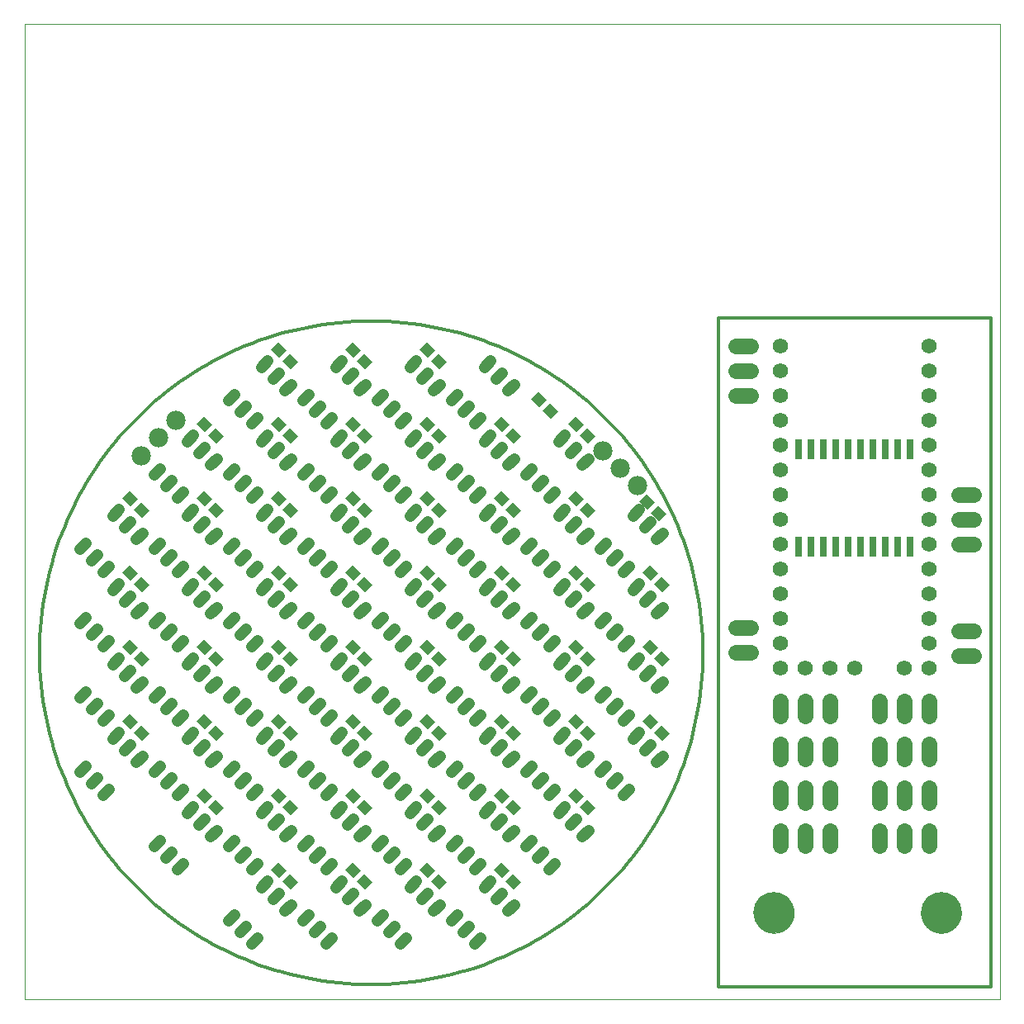
<source format=gts>
G75*
%MOIN*%
%OFA0B0*%
%FSLAX25Y25*%
%IPPOS*%
%LPD*%
%AMOC8*
5,1,8,0,0,1.08239X$1,22.5*
%
%ADD10C,0.00000*%
%ADD11C,0.01200*%
%ADD12C,0.16542*%
%ADD13R,0.04731X0.04337*%
%ADD14C,0.04731*%
%ADD15C,0.07800*%
%ADD16C,0.06200*%
%ADD17R,0.03000X0.08400*%
%ADD18C,0.06400*%
D10*
X0001000Y0001000D02*
X0001000Y0394701D01*
X0394701Y0394701D01*
X0394701Y0001000D01*
X0001000Y0001000D01*
X0295429Y0036000D02*
X0295431Y0036198D01*
X0295439Y0036396D01*
X0295451Y0036594D01*
X0295468Y0036791D01*
X0295490Y0036988D01*
X0295516Y0037184D01*
X0295548Y0037380D01*
X0295584Y0037575D01*
X0295625Y0037768D01*
X0295671Y0037961D01*
X0295721Y0038153D01*
X0295777Y0038343D01*
X0295836Y0038532D01*
X0295901Y0038719D01*
X0295970Y0038905D01*
X0296043Y0039089D01*
X0296121Y0039271D01*
X0296204Y0039451D01*
X0296291Y0039629D01*
X0296382Y0039805D01*
X0296478Y0039978D01*
X0296577Y0040149D01*
X0296681Y0040318D01*
X0296789Y0040484D01*
X0296901Y0040647D01*
X0297017Y0040808D01*
X0297137Y0040966D01*
X0297261Y0041120D01*
X0297389Y0041272D01*
X0297520Y0041420D01*
X0297655Y0041565D01*
X0297793Y0041707D01*
X0297935Y0041845D01*
X0298080Y0041980D01*
X0298228Y0042111D01*
X0298380Y0042239D01*
X0298534Y0042363D01*
X0298692Y0042483D01*
X0298853Y0042599D01*
X0299016Y0042711D01*
X0299182Y0042819D01*
X0299351Y0042923D01*
X0299522Y0043022D01*
X0299695Y0043118D01*
X0299871Y0043209D01*
X0300049Y0043296D01*
X0300229Y0043379D01*
X0300411Y0043457D01*
X0300595Y0043530D01*
X0300781Y0043599D01*
X0300968Y0043664D01*
X0301157Y0043723D01*
X0301347Y0043779D01*
X0301539Y0043829D01*
X0301732Y0043875D01*
X0301925Y0043916D01*
X0302120Y0043952D01*
X0302316Y0043984D01*
X0302512Y0044010D01*
X0302709Y0044032D01*
X0302906Y0044049D01*
X0303104Y0044061D01*
X0303302Y0044069D01*
X0303500Y0044071D01*
X0303698Y0044069D01*
X0303896Y0044061D01*
X0304094Y0044049D01*
X0304291Y0044032D01*
X0304488Y0044010D01*
X0304684Y0043984D01*
X0304880Y0043952D01*
X0305075Y0043916D01*
X0305268Y0043875D01*
X0305461Y0043829D01*
X0305653Y0043779D01*
X0305843Y0043723D01*
X0306032Y0043664D01*
X0306219Y0043599D01*
X0306405Y0043530D01*
X0306589Y0043457D01*
X0306771Y0043379D01*
X0306951Y0043296D01*
X0307129Y0043209D01*
X0307305Y0043118D01*
X0307478Y0043022D01*
X0307649Y0042923D01*
X0307818Y0042819D01*
X0307984Y0042711D01*
X0308147Y0042599D01*
X0308308Y0042483D01*
X0308466Y0042363D01*
X0308620Y0042239D01*
X0308772Y0042111D01*
X0308920Y0041980D01*
X0309065Y0041845D01*
X0309207Y0041707D01*
X0309345Y0041565D01*
X0309480Y0041420D01*
X0309611Y0041272D01*
X0309739Y0041120D01*
X0309863Y0040966D01*
X0309983Y0040808D01*
X0310099Y0040647D01*
X0310211Y0040484D01*
X0310319Y0040318D01*
X0310423Y0040149D01*
X0310522Y0039978D01*
X0310618Y0039805D01*
X0310709Y0039629D01*
X0310796Y0039451D01*
X0310879Y0039271D01*
X0310957Y0039089D01*
X0311030Y0038905D01*
X0311099Y0038719D01*
X0311164Y0038532D01*
X0311223Y0038343D01*
X0311279Y0038153D01*
X0311329Y0037961D01*
X0311375Y0037768D01*
X0311416Y0037575D01*
X0311452Y0037380D01*
X0311484Y0037184D01*
X0311510Y0036988D01*
X0311532Y0036791D01*
X0311549Y0036594D01*
X0311561Y0036396D01*
X0311569Y0036198D01*
X0311571Y0036000D01*
X0311569Y0035802D01*
X0311561Y0035604D01*
X0311549Y0035406D01*
X0311532Y0035209D01*
X0311510Y0035012D01*
X0311484Y0034816D01*
X0311452Y0034620D01*
X0311416Y0034425D01*
X0311375Y0034232D01*
X0311329Y0034039D01*
X0311279Y0033847D01*
X0311223Y0033657D01*
X0311164Y0033468D01*
X0311099Y0033281D01*
X0311030Y0033095D01*
X0310957Y0032911D01*
X0310879Y0032729D01*
X0310796Y0032549D01*
X0310709Y0032371D01*
X0310618Y0032195D01*
X0310522Y0032022D01*
X0310423Y0031851D01*
X0310319Y0031682D01*
X0310211Y0031516D01*
X0310099Y0031353D01*
X0309983Y0031192D01*
X0309863Y0031034D01*
X0309739Y0030880D01*
X0309611Y0030728D01*
X0309480Y0030580D01*
X0309345Y0030435D01*
X0309207Y0030293D01*
X0309065Y0030155D01*
X0308920Y0030020D01*
X0308772Y0029889D01*
X0308620Y0029761D01*
X0308466Y0029637D01*
X0308308Y0029517D01*
X0308147Y0029401D01*
X0307984Y0029289D01*
X0307818Y0029181D01*
X0307649Y0029077D01*
X0307478Y0028978D01*
X0307305Y0028882D01*
X0307129Y0028791D01*
X0306951Y0028704D01*
X0306771Y0028621D01*
X0306589Y0028543D01*
X0306405Y0028470D01*
X0306219Y0028401D01*
X0306032Y0028336D01*
X0305843Y0028277D01*
X0305653Y0028221D01*
X0305461Y0028171D01*
X0305268Y0028125D01*
X0305075Y0028084D01*
X0304880Y0028048D01*
X0304684Y0028016D01*
X0304488Y0027990D01*
X0304291Y0027968D01*
X0304094Y0027951D01*
X0303896Y0027939D01*
X0303698Y0027931D01*
X0303500Y0027929D01*
X0303302Y0027931D01*
X0303104Y0027939D01*
X0302906Y0027951D01*
X0302709Y0027968D01*
X0302512Y0027990D01*
X0302316Y0028016D01*
X0302120Y0028048D01*
X0301925Y0028084D01*
X0301732Y0028125D01*
X0301539Y0028171D01*
X0301347Y0028221D01*
X0301157Y0028277D01*
X0300968Y0028336D01*
X0300781Y0028401D01*
X0300595Y0028470D01*
X0300411Y0028543D01*
X0300229Y0028621D01*
X0300049Y0028704D01*
X0299871Y0028791D01*
X0299695Y0028882D01*
X0299522Y0028978D01*
X0299351Y0029077D01*
X0299182Y0029181D01*
X0299016Y0029289D01*
X0298853Y0029401D01*
X0298692Y0029517D01*
X0298534Y0029637D01*
X0298380Y0029761D01*
X0298228Y0029889D01*
X0298080Y0030020D01*
X0297935Y0030155D01*
X0297793Y0030293D01*
X0297655Y0030435D01*
X0297520Y0030580D01*
X0297389Y0030728D01*
X0297261Y0030880D01*
X0297137Y0031034D01*
X0297017Y0031192D01*
X0296901Y0031353D01*
X0296789Y0031516D01*
X0296681Y0031682D01*
X0296577Y0031851D01*
X0296478Y0032022D01*
X0296382Y0032195D01*
X0296291Y0032371D01*
X0296204Y0032549D01*
X0296121Y0032729D01*
X0296043Y0032911D01*
X0295970Y0033095D01*
X0295901Y0033281D01*
X0295836Y0033468D01*
X0295777Y0033657D01*
X0295721Y0033847D01*
X0295671Y0034039D01*
X0295625Y0034232D01*
X0295584Y0034425D01*
X0295548Y0034620D01*
X0295516Y0034816D01*
X0295490Y0035012D01*
X0295468Y0035209D01*
X0295451Y0035406D01*
X0295439Y0035604D01*
X0295431Y0035802D01*
X0295429Y0036000D01*
X0362929Y0036000D02*
X0362931Y0036198D01*
X0362939Y0036396D01*
X0362951Y0036594D01*
X0362968Y0036791D01*
X0362990Y0036988D01*
X0363016Y0037184D01*
X0363048Y0037380D01*
X0363084Y0037575D01*
X0363125Y0037768D01*
X0363171Y0037961D01*
X0363221Y0038153D01*
X0363277Y0038343D01*
X0363336Y0038532D01*
X0363401Y0038719D01*
X0363470Y0038905D01*
X0363543Y0039089D01*
X0363621Y0039271D01*
X0363704Y0039451D01*
X0363791Y0039629D01*
X0363882Y0039805D01*
X0363978Y0039978D01*
X0364077Y0040149D01*
X0364181Y0040318D01*
X0364289Y0040484D01*
X0364401Y0040647D01*
X0364517Y0040808D01*
X0364637Y0040966D01*
X0364761Y0041120D01*
X0364889Y0041272D01*
X0365020Y0041420D01*
X0365155Y0041565D01*
X0365293Y0041707D01*
X0365435Y0041845D01*
X0365580Y0041980D01*
X0365728Y0042111D01*
X0365880Y0042239D01*
X0366034Y0042363D01*
X0366192Y0042483D01*
X0366353Y0042599D01*
X0366516Y0042711D01*
X0366682Y0042819D01*
X0366851Y0042923D01*
X0367022Y0043022D01*
X0367195Y0043118D01*
X0367371Y0043209D01*
X0367549Y0043296D01*
X0367729Y0043379D01*
X0367911Y0043457D01*
X0368095Y0043530D01*
X0368281Y0043599D01*
X0368468Y0043664D01*
X0368657Y0043723D01*
X0368847Y0043779D01*
X0369039Y0043829D01*
X0369232Y0043875D01*
X0369425Y0043916D01*
X0369620Y0043952D01*
X0369816Y0043984D01*
X0370012Y0044010D01*
X0370209Y0044032D01*
X0370406Y0044049D01*
X0370604Y0044061D01*
X0370802Y0044069D01*
X0371000Y0044071D01*
X0371198Y0044069D01*
X0371396Y0044061D01*
X0371594Y0044049D01*
X0371791Y0044032D01*
X0371988Y0044010D01*
X0372184Y0043984D01*
X0372380Y0043952D01*
X0372575Y0043916D01*
X0372768Y0043875D01*
X0372961Y0043829D01*
X0373153Y0043779D01*
X0373343Y0043723D01*
X0373532Y0043664D01*
X0373719Y0043599D01*
X0373905Y0043530D01*
X0374089Y0043457D01*
X0374271Y0043379D01*
X0374451Y0043296D01*
X0374629Y0043209D01*
X0374805Y0043118D01*
X0374978Y0043022D01*
X0375149Y0042923D01*
X0375318Y0042819D01*
X0375484Y0042711D01*
X0375647Y0042599D01*
X0375808Y0042483D01*
X0375966Y0042363D01*
X0376120Y0042239D01*
X0376272Y0042111D01*
X0376420Y0041980D01*
X0376565Y0041845D01*
X0376707Y0041707D01*
X0376845Y0041565D01*
X0376980Y0041420D01*
X0377111Y0041272D01*
X0377239Y0041120D01*
X0377363Y0040966D01*
X0377483Y0040808D01*
X0377599Y0040647D01*
X0377711Y0040484D01*
X0377819Y0040318D01*
X0377923Y0040149D01*
X0378022Y0039978D01*
X0378118Y0039805D01*
X0378209Y0039629D01*
X0378296Y0039451D01*
X0378379Y0039271D01*
X0378457Y0039089D01*
X0378530Y0038905D01*
X0378599Y0038719D01*
X0378664Y0038532D01*
X0378723Y0038343D01*
X0378779Y0038153D01*
X0378829Y0037961D01*
X0378875Y0037768D01*
X0378916Y0037575D01*
X0378952Y0037380D01*
X0378984Y0037184D01*
X0379010Y0036988D01*
X0379032Y0036791D01*
X0379049Y0036594D01*
X0379061Y0036396D01*
X0379069Y0036198D01*
X0379071Y0036000D01*
X0379069Y0035802D01*
X0379061Y0035604D01*
X0379049Y0035406D01*
X0379032Y0035209D01*
X0379010Y0035012D01*
X0378984Y0034816D01*
X0378952Y0034620D01*
X0378916Y0034425D01*
X0378875Y0034232D01*
X0378829Y0034039D01*
X0378779Y0033847D01*
X0378723Y0033657D01*
X0378664Y0033468D01*
X0378599Y0033281D01*
X0378530Y0033095D01*
X0378457Y0032911D01*
X0378379Y0032729D01*
X0378296Y0032549D01*
X0378209Y0032371D01*
X0378118Y0032195D01*
X0378022Y0032022D01*
X0377923Y0031851D01*
X0377819Y0031682D01*
X0377711Y0031516D01*
X0377599Y0031353D01*
X0377483Y0031192D01*
X0377363Y0031034D01*
X0377239Y0030880D01*
X0377111Y0030728D01*
X0376980Y0030580D01*
X0376845Y0030435D01*
X0376707Y0030293D01*
X0376565Y0030155D01*
X0376420Y0030020D01*
X0376272Y0029889D01*
X0376120Y0029761D01*
X0375966Y0029637D01*
X0375808Y0029517D01*
X0375647Y0029401D01*
X0375484Y0029289D01*
X0375318Y0029181D01*
X0375149Y0029077D01*
X0374978Y0028978D01*
X0374805Y0028882D01*
X0374629Y0028791D01*
X0374451Y0028704D01*
X0374271Y0028621D01*
X0374089Y0028543D01*
X0373905Y0028470D01*
X0373719Y0028401D01*
X0373532Y0028336D01*
X0373343Y0028277D01*
X0373153Y0028221D01*
X0372961Y0028171D01*
X0372768Y0028125D01*
X0372575Y0028084D01*
X0372380Y0028048D01*
X0372184Y0028016D01*
X0371988Y0027990D01*
X0371791Y0027968D01*
X0371594Y0027951D01*
X0371396Y0027939D01*
X0371198Y0027931D01*
X0371000Y0027929D01*
X0370802Y0027931D01*
X0370604Y0027939D01*
X0370406Y0027951D01*
X0370209Y0027968D01*
X0370012Y0027990D01*
X0369816Y0028016D01*
X0369620Y0028048D01*
X0369425Y0028084D01*
X0369232Y0028125D01*
X0369039Y0028171D01*
X0368847Y0028221D01*
X0368657Y0028277D01*
X0368468Y0028336D01*
X0368281Y0028401D01*
X0368095Y0028470D01*
X0367911Y0028543D01*
X0367729Y0028621D01*
X0367549Y0028704D01*
X0367371Y0028791D01*
X0367195Y0028882D01*
X0367022Y0028978D01*
X0366851Y0029077D01*
X0366682Y0029181D01*
X0366516Y0029289D01*
X0366353Y0029401D01*
X0366192Y0029517D01*
X0366034Y0029637D01*
X0365880Y0029761D01*
X0365728Y0029889D01*
X0365580Y0030020D01*
X0365435Y0030155D01*
X0365293Y0030293D01*
X0365155Y0030435D01*
X0365020Y0030580D01*
X0364889Y0030728D01*
X0364761Y0030880D01*
X0364637Y0031034D01*
X0364517Y0031192D01*
X0364401Y0031353D01*
X0364289Y0031516D01*
X0364181Y0031682D01*
X0364077Y0031851D01*
X0363978Y0032022D01*
X0363882Y0032195D01*
X0363791Y0032371D01*
X0363704Y0032549D01*
X0363621Y0032729D01*
X0363543Y0032911D01*
X0363470Y0033095D01*
X0363401Y0033281D01*
X0363336Y0033468D01*
X0363277Y0033657D01*
X0363221Y0033847D01*
X0363171Y0034039D01*
X0363125Y0034232D01*
X0363084Y0034425D01*
X0363048Y0034620D01*
X0363016Y0034816D01*
X0362990Y0035012D01*
X0362968Y0035209D01*
X0362951Y0035406D01*
X0362939Y0035604D01*
X0362931Y0035802D01*
X0362929Y0036000D01*
D11*
X0391000Y0006000D02*
X0281000Y0006000D01*
X0281000Y0276000D01*
X0391000Y0276000D01*
X0391000Y0006000D01*
X0007142Y0141000D02*
X0007182Y0144285D01*
X0007303Y0147568D01*
X0007505Y0150847D01*
X0007787Y0154120D01*
X0008149Y0157386D01*
X0008591Y0160641D01*
X0009113Y0163885D01*
X0009714Y0167114D01*
X0010394Y0170328D01*
X0011154Y0173525D01*
X0011991Y0176702D01*
X0012906Y0179857D01*
X0013898Y0182989D01*
X0014967Y0186095D01*
X0016111Y0189175D01*
X0017331Y0192225D01*
X0018626Y0195245D01*
X0019994Y0198232D01*
X0021435Y0201184D01*
X0022948Y0204100D01*
X0024532Y0206978D01*
X0026186Y0209817D01*
X0027910Y0212614D01*
X0029701Y0215368D01*
X0031560Y0218077D01*
X0033484Y0220739D01*
X0035474Y0223354D01*
X0037526Y0225919D01*
X0039642Y0228432D01*
X0041818Y0230894D01*
X0044054Y0233301D01*
X0046348Y0235652D01*
X0048699Y0237946D01*
X0051106Y0240182D01*
X0053568Y0242358D01*
X0056081Y0244474D01*
X0058646Y0246526D01*
X0061261Y0248516D01*
X0063923Y0250440D01*
X0066632Y0252299D01*
X0069386Y0254090D01*
X0072183Y0255814D01*
X0075022Y0257468D01*
X0077900Y0259052D01*
X0080816Y0260565D01*
X0083768Y0262006D01*
X0086755Y0263374D01*
X0089775Y0264669D01*
X0092825Y0265889D01*
X0095905Y0267033D01*
X0099011Y0268102D01*
X0102143Y0269094D01*
X0105298Y0270009D01*
X0108475Y0270846D01*
X0111672Y0271606D01*
X0114886Y0272286D01*
X0118115Y0272887D01*
X0121359Y0273409D01*
X0124614Y0273851D01*
X0127880Y0274213D01*
X0131153Y0274495D01*
X0134432Y0274697D01*
X0137715Y0274818D01*
X0141000Y0274858D01*
X0144285Y0274818D01*
X0147568Y0274697D01*
X0150847Y0274495D01*
X0154120Y0274213D01*
X0157386Y0273851D01*
X0160641Y0273409D01*
X0163885Y0272887D01*
X0167114Y0272286D01*
X0170328Y0271606D01*
X0173525Y0270846D01*
X0176702Y0270009D01*
X0179857Y0269094D01*
X0182989Y0268102D01*
X0186095Y0267033D01*
X0189175Y0265889D01*
X0192225Y0264669D01*
X0195245Y0263374D01*
X0198232Y0262006D01*
X0201184Y0260565D01*
X0204100Y0259052D01*
X0206978Y0257468D01*
X0209817Y0255814D01*
X0212614Y0254090D01*
X0215368Y0252299D01*
X0218077Y0250440D01*
X0220739Y0248516D01*
X0223354Y0246526D01*
X0225919Y0244474D01*
X0228432Y0242358D01*
X0230894Y0240182D01*
X0233301Y0237946D01*
X0235652Y0235652D01*
X0237946Y0233301D01*
X0240182Y0230894D01*
X0242358Y0228432D01*
X0244474Y0225919D01*
X0246526Y0223354D01*
X0248516Y0220739D01*
X0250440Y0218077D01*
X0252299Y0215368D01*
X0254090Y0212614D01*
X0255814Y0209817D01*
X0257468Y0206978D01*
X0259052Y0204100D01*
X0260565Y0201184D01*
X0262006Y0198232D01*
X0263374Y0195245D01*
X0264669Y0192225D01*
X0265889Y0189175D01*
X0267033Y0186095D01*
X0268102Y0182989D01*
X0269094Y0179857D01*
X0270009Y0176702D01*
X0270846Y0173525D01*
X0271606Y0170328D01*
X0272286Y0167114D01*
X0272887Y0163885D01*
X0273409Y0160641D01*
X0273851Y0157386D01*
X0274213Y0154120D01*
X0274495Y0150847D01*
X0274697Y0147568D01*
X0274818Y0144285D01*
X0274858Y0141000D01*
X0274818Y0137715D01*
X0274697Y0134432D01*
X0274495Y0131153D01*
X0274213Y0127880D01*
X0273851Y0124614D01*
X0273409Y0121359D01*
X0272887Y0118115D01*
X0272286Y0114886D01*
X0271606Y0111672D01*
X0270846Y0108475D01*
X0270009Y0105298D01*
X0269094Y0102143D01*
X0268102Y0099011D01*
X0267033Y0095905D01*
X0265889Y0092825D01*
X0264669Y0089775D01*
X0263374Y0086755D01*
X0262006Y0083768D01*
X0260565Y0080816D01*
X0259052Y0077900D01*
X0257468Y0075022D01*
X0255814Y0072183D01*
X0254090Y0069386D01*
X0252299Y0066632D01*
X0250440Y0063923D01*
X0248516Y0061261D01*
X0246526Y0058646D01*
X0244474Y0056081D01*
X0242358Y0053568D01*
X0240182Y0051106D01*
X0237946Y0048699D01*
X0235652Y0046348D01*
X0233301Y0044054D01*
X0230894Y0041818D01*
X0228432Y0039642D01*
X0225919Y0037526D01*
X0223354Y0035474D01*
X0220739Y0033484D01*
X0218077Y0031560D01*
X0215368Y0029701D01*
X0212614Y0027910D01*
X0209817Y0026186D01*
X0206978Y0024532D01*
X0204100Y0022948D01*
X0201184Y0021435D01*
X0198232Y0019994D01*
X0195245Y0018626D01*
X0192225Y0017331D01*
X0189175Y0016111D01*
X0186095Y0014967D01*
X0182989Y0013898D01*
X0179857Y0012906D01*
X0176702Y0011991D01*
X0173525Y0011154D01*
X0170328Y0010394D01*
X0167114Y0009714D01*
X0163885Y0009113D01*
X0160641Y0008591D01*
X0157386Y0008149D01*
X0154120Y0007787D01*
X0150847Y0007505D01*
X0147568Y0007303D01*
X0144285Y0007182D01*
X0141000Y0007142D01*
X0137715Y0007182D01*
X0134432Y0007303D01*
X0131153Y0007505D01*
X0127880Y0007787D01*
X0124614Y0008149D01*
X0121359Y0008591D01*
X0118115Y0009113D01*
X0114886Y0009714D01*
X0111672Y0010394D01*
X0108475Y0011154D01*
X0105298Y0011991D01*
X0102143Y0012906D01*
X0099011Y0013898D01*
X0095905Y0014967D01*
X0092825Y0016111D01*
X0089775Y0017331D01*
X0086755Y0018626D01*
X0083768Y0019994D01*
X0080816Y0021435D01*
X0077900Y0022948D01*
X0075022Y0024532D01*
X0072183Y0026186D01*
X0069386Y0027910D01*
X0066632Y0029701D01*
X0063923Y0031560D01*
X0061261Y0033484D01*
X0058646Y0035474D01*
X0056081Y0037526D01*
X0053568Y0039642D01*
X0051106Y0041818D01*
X0048699Y0044054D01*
X0046348Y0046348D01*
X0044054Y0048699D01*
X0041818Y0051106D01*
X0039642Y0053568D01*
X0037526Y0056081D01*
X0035474Y0058646D01*
X0033484Y0061261D01*
X0031560Y0063923D01*
X0029701Y0066632D01*
X0027910Y0069386D01*
X0026186Y0072183D01*
X0024532Y0075022D01*
X0022948Y0077900D01*
X0021435Y0080816D01*
X0019994Y0083768D01*
X0018626Y0086755D01*
X0017331Y0089775D01*
X0016111Y0092825D01*
X0014967Y0095905D01*
X0013898Y0099011D01*
X0012906Y0102143D01*
X0011991Y0105298D01*
X0011154Y0108475D01*
X0010394Y0111672D01*
X0009714Y0114886D01*
X0009113Y0118115D01*
X0008591Y0121359D01*
X0008149Y0124614D01*
X0007787Y0127880D01*
X0007505Y0131153D01*
X0007303Y0134432D01*
X0007182Y0137715D01*
X0007142Y0141000D01*
D12*
X0303500Y0036000D03*
X0371000Y0036000D03*
D13*
G36*
X0258505Y0105429D02*
X0255161Y0108773D01*
X0258227Y0111839D01*
X0261571Y0108495D01*
X0258505Y0105429D01*
G37*
G36*
X0253773Y0110161D02*
X0250429Y0113505D01*
X0253495Y0116571D01*
X0256839Y0113227D01*
X0253773Y0110161D01*
G37*
G36*
X0228505Y0105429D02*
X0225161Y0108773D01*
X0228227Y0111839D01*
X0231571Y0108495D01*
X0228505Y0105429D01*
G37*
G36*
X0223773Y0110161D02*
X0220429Y0113505D01*
X0223495Y0116571D01*
X0226839Y0113227D01*
X0223773Y0110161D01*
G37*
G36*
X0198505Y0105429D02*
X0195161Y0108773D01*
X0198227Y0111839D01*
X0201571Y0108495D01*
X0198505Y0105429D01*
G37*
G36*
X0193773Y0110161D02*
X0190429Y0113505D01*
X0193495Y0116571D01*
X0196839Y0113227D01*
X0193773Y0110161D01*
G37*
G36*
X0193773Y0080161D02*
X0190429Y0083505D01*
X0193495Y0086571D01*
X0196839Y0083227D01*
X0193773Y0080161D01*
G37*
G36*
X0198505Y0075429D02*
X0195161Y0078773D01*
X0198227Y0081839D01*
X0201571Y0078495D01*
X0198505Y0075429D01*
G37*
G36*
X0193773Y0050161D02*
X0190429Y0053505D01*
X0193495Y0056571D01*
X0196839Y0053227D01*
X0193773Y0050161D01*
G37*
G36*
X0198505Y0045429D02*
X0195161Y0048773D01*
X0198227Y0051839D01*
X0201571Y0048495D01*
X0198505Y0045429D01*
G37*
G36*
X0168505Y0045429D02*
X0165161Y0048773D01*
X0168227Y0051839D01*
X0171571Y0048495D01*
X0168505Y0045429D01*
G37*
G36*
X0163773Y0050161D02*
X0160429Y0053505D01*
X0163495Y0056571D01*
X0166839Y0053227D01*
X0163773Y0050161D01*
G37*
G36*
X0138505Y0045429D02*
X0135161Y0048773D01*
X0138227Y0051839D01*
X0141571Y0048495D01*
X0138505Y0045429D01*
G37*
G36*
X0133773Y0050161D02*
X0130429Y0053505D01*
X0133495Y0056571D01*
X0136839Y0053227D01*
X0133773Y0050161D01*
G37*
G36*
X0108505Y0045429D02*
X0105161Y0048773D01*
X0108227Y0051839D01*
X0111571Y0048495D01*
X0108505Y0045429D01*
G37*
G36*
X0103773Y0050161D02*
X0100429Y0053505D01*
X0103495Y0056571D01*
X0106839Y0053227D01*
X0103773Y0050161D01*
G37*
G36*
X0108505Y0075429D02*
X0105161Y0078773D01*
X0108227Y0081839D01*
X0111571Y0078495D01*
X0108505Y0075429D01*
G37*
G36*
X0103773Y0080161D02*
X0100429Y0083505D01*
X0103495Y0086571D01*
X0106839Y0083227D01*
X0103773Y0080161D01*
G37*
G36*
X0078505Y0075429D02*
X0075161Y0078773D01*
X0078227Y0081839D01*
X0081571Y0078495D01*
X0078505Y0075429D01*
G37*
G36*
X0073773Y0080161D02*
X0070429Y0083505D01*
X0073495Y0086571D01*
X0076839Y0083227D01*
X0073773Y0080161D01*
G37*
G36*
X0078505Y0105429D02*
X0075161Y0108773D01*
X0078227Y0111839D01*
X0081571Y0108495D01*
X0078505Y0105429D01*
G37*
G36*
X0073773Y0110161D02*
X0070429Y0113505D01*
X0073495Y0116571D01*
X0076839Y0113227D01*
X0073773Y0110161D01*
G37*
G36*
X0048505Y0105429D02*
X0045161Y0108773D01*
X0048227Y0111839D01*
X0051571Y0108495D01*
X0048505Y0105429D01*
G37*
G36*
X0043773Y0110161D02*
X0040429Y0113505D01*
X0043495Y0116571D01*
X0046839Y0113227D01*
X0043773Y0110161D01*
G37*
G36*
X0048505Y0135429D02*
X0045161Y0138773D01*
X0048227Y0141839D01*
X0051571Y0138495D01*
X0048505Y0135429D01*
G37*
G36*
X0043773Y0140161D02*
X0040429Y0143505D01*
X0043495Y0146571D01*
X0046839Y0143227D01*
X0043773Y0140161D01*
G37*
G36*
X0048505Y0165429D02*
X0045161Y0168773D01*
X0048227Y0171839D01*
X0051571Y0168495D01*
X0048505Y0165429D01*
G37*
G36*
X0043773Y0170161D02*
X0040429Y0173505D01*
X0043495Y0176571D01*
X0046839Y0173227D01*
X0043773Y0170161D01*
G37*
G36*
X0048505Y0195429D02*
X0045161Y0198773D01*
X0048227Y0201839D01*
X0051571Y0198495D01*
X0048505Y0195429D01*
G37*
G36*
X0043773Y0200161D02*
X0040429Y0203505D01*
X0043495Y0206571D01*
X0046839Y0203227D01*
X0043773Y0200161D01*
G37*
G36*
X0073773Y0200161D02*
X0070429Y0203505D01*
X0073495Y0206571D01*
X0076839Y0203227D01*
X0073773Y0200161D01*
G37*
G36*
X0078505Y0195429D02*
X0075161Y0198773D01*
X0078227Y0201839D01*
X0081571Y0198495D01*
X0078505Y0195429D01*
G37*
G36*
X0073773Y0170161D02*
X0070429Y0173505D01*
X0073495Y0176571D01*
X0076839Y0173227D01*
X0073773Y0170161D01*
G37*
G36*
X0078505Y0165429D02*
X0075161Y0168773D01*
X0078227Y0171839D01*
X0081571Y0168495D01*
X0078505Y0165429D01*
G37*
G36*
X0073773Y0140161D02*
X0070429Y0143505D01*
X0073495Y0146571D01*
X0076839Y0143227D01*
X0073773Y0140161D01*
G37*
G36*
X0078505Y0135429D02*
X0075161Y0138773D01*
X0078227Y0141839D01*
X0081571Y0138495D01*
X0078505Y0135429D01*
G37*
G36*
X0103773Y0140161D02*
X0100429Y0143505D01*
X0103495Y0146571D01*
X0106839Y0143227D01*
X0103773Y0140161D01*
G37*
G36*
X0108505Y0135429D02*
X0105161Y0138773D01*
X0108227Y0141839D01*
X0111571Y0138495D01*
X0108505Y0135429D01*
G37*
G36*
X0103773Y0110161D02*
X0100429Y0113505D01*
X0103495Y0116571D01*
X0106839Y0113227D01*
X0103773Y0110161D01*
G37*
G36*
X0108505Y0105429D02*
X0105161Y0108773D01*
X0108227Y0111839D01*
X0111571Y0108495D01*
X0108505Y0105429D01*
G37*
G36*
X0133773Y0110161D02*
X0130429Y0113505D01*
X0133495Y0116571D01*
X0136839Y0113227D01*
X0133773Y0110161D01*
G37*
G36*
X0138505Y0105429D02*
X0135161Y0108773D01*
X0138227Y0111839D01*
X0141571Y0108495D01*
X0138505Y0105429D01*
G37*
G36*
X0133773Y0080161D02*
X0130429Y0083505D01*
X0133495Y0086571D01*
X0136839Y0083227D01*
X0133773Y0080161D01*
G37*
G36*
X0138505Y0075429D02*
X0135161Y0078773D01*
X0138227Y0081839D01*
X0141571Y0078495D01*
X0138505Y0075429D01*
G37*
G36*
X0163773Y0080161D02*
X0160429Y0083505D01*
X0163495Y0086571D01*
X0166839Y0083227D01*
X0163773Y0080161D01*
G37*
G36*
X0168505Y0075429D02*
X0165161Y0078773D01*
X0168227Y0081839D01*
X0171571Y0078495D01*
X0168505Y0075429D01*
G37*
G36*
X0168505Y0105429D02*
X0165161Y0108773D01*
X0168227Y0111839D01*
X0171571Y0108495D01*
X0168505Y0105429D01*
G37*
G36*
X0163773Y0110161D02*
X0160429Y0113505D01*
X0163495Y0116571D01*
X0166839Y0113227D01*
X0163773Y0110161D01*
G37*
G36*
X0168505Y0135429D02*
X0165161Y0138773D01*
X0168227Y0141839D01*
X0171571Y0138495D01*
X0168505Y0135429D01*
G37*
G36*
X0163773Y0140161D02*
X0160429Y0143505D01*
X0163495Y0146571D01*
X0166839Y0143227D01*
X0163773Y0140161D01*
G37*
G36*
X0138505Y0135429D02*
X0135161Y0138773D01*
X0138227Y0141839D01*
X0141571Y0138495D01*
X0138505Y0135429D01*
G37*
G36*
X0133773Y0140161D02*
X0130429Y0143505D01*
X0133495Y0146571D01*
X0136839Y0143227D01*
X0133773Y0140161D01*
G37*
G36*
X0138505Y0165429D02*
X0135161Y0168773D01*
X0138227Y0171839D01*
X0141571Y0168495D01*
X0138505Y0165429D01*
G37*
G36*
X0133773Y0170161D02*
X0130429Y0173505D01*
X0133495Y0176571D01*
X0136839Y0173227D01*
X0133773Y0170161D01*
G37*
G36*
X0108505Y0165429D02*
X0105161Y0168773D01*
X0108227Y0171839D01*
X0111571Y0168495D01*
X0108505Y0165429D01*
G37*
G36*
X0103773Y0170161D02*
X0100429Y0173505D01*
X0103495Y0176571D01*
X0106839Y0173227D01*
X0103773Y0170161D01*
G37*
G36*
X0108505Y0195429D02*
X0105161Y0198773D01*
X0108227Y0201839D01*
X0111571Y0198495D01*
X0108505Y0195429D01*
G37*
G36*
X0103773Y0200161D02*
X0100429Y0203505D01*
X0103495Y0206571D01*
X0106839Y0203227D01*
X0103773Y0200161D01*
G37*
G36*
X0108505Y0225429D02*
X0105161Y0228773D01*
X0108227Y0231839D01*
X0111571Y0228495D01*
X0108505Y0225429D01*
G37*
G36*
X0103773Y0230161D02*
X0100429Y0233505D01*
X0103495Y0236571D01*
X0106839Y0233227D01*
X0103773Y0230161D01*
G37*
G36*
X0078505Y0225429D02*
X0075161Y0228773D01*
X0078227Y0231839D01*
X0081571Y0228495D01*
X0078505Y0225429D01*
G37*
G36*
X0073773Y0230161D02*
X0070429Y0233505D01*
X0073495Y0236571D01*
X0076839Y0233227D01*
X0073773Y0230161D01*
G37*
G36*
X0103773Y0260161D02*
X0100429Y0263505D01*
X0103495Y0266571D01*
X0106839Y0263227D01*
X0103773Y0260161D01*
G37*
G36*
X0108505Y0255429D02*
X0105161Y0258773D01*
X0108227Y0261839D01*
X0111571Y0258495D01*
X0108505Y0255429D01*
G37*
G36*
X0133773Y0260161D02*
X0130429Y0263505D01*
X0133495Y0266571D01*
X0136839Y0263227D01*
X0133773Y0260161D01*
G37*
G36*
X0138505Y0255429D02*
X0135161Y0258773D01*
X0138227Y0261839D01*
X0141571Y0258495D01*
X0138505Y0255429D01*
G37*
G36*
X0133773Y0230161D02*
X0130429Y0233505D01*
X0133495Y0236571D01*
X0136839Y0233227D01*
X0133773Y0230161D01*
G37*
G36*
X0138505Y0225429D02*
X0135161Y0228773D01*
X0138227Y0231839D01*
X0141571Y0228495D01*
X0138505Y0225429D01*
G37*
G36*
X0133773Y0200161D02*
X0130429Y0203505D01*
X0133495Y0206571D01*
X0136839Y0203227D01*
X0133773Y0200161D01*
G37*
G36*
X0138505Y0195429D02*
X0135161Y0198773D01*
X0138227Y0201839D01*
X0141571Y0198495D01*
X0138505Y0195429D01*
G37*
G36*
X0163773Y0200161D02*
X0160429Y0203505D01*
X0163495Y0206571D01*
X0166839Y0203227D01*
X0163773Y0200161D01*
G37*
G36*
X0168505Y0195429D02*
X0165161Y0198773D01*
X0168227Y0201839D01*
X0171571Y0198495D01*
X0168505Y0195429D01*
G37*
G36*
X0163773Y0170161D02*
X0160429Y0173505D01*
X0163495Y0176571D01*
X0166839Y0173227D01*
X0163773Y0170161D01*
G37*
G36*
X0168505Y0165429D02*
X0165161Y0168773D01*
X0168227Y0171839D01*
X0171571Y0168495D01*
X0168505Y0165429D01*
G37*
G36*
X0193773Y0170161D02*
X0190429Y0173505D01*
X0193495Y0176571D01*
X0196839Y0173227D01*
X0193773Y0170161D01*
G37*
G36*
X0198505Y0165429D02*
X0195161Y0168773D01*
X0198227Y0171839D01*
X0201571Y0168495D01*
X0198505Y0165429D01*
G37*
G36*
X0193773Y0140161D02*
X0190429Y0143505D01*
X0193495Y0146571D01*
X0196839Y0143227D01*
X0193773Y0140161D01*
G37*
G36*
X0198505Y0135429D02*
X0195161Y0138773D01*
X0198227Y0141839D01*
X0201571Y0138495D01*
X0198505Y0135429D01*
G37*
G36*
X0223773Y0140161D02*
X0220429Y0143505D01*
X0223495Y0146571D01*
X0226839Y0143227D01*
X0223773Y0140161D01*
G37*
G36*
X0228505Y0135429D02*
X0225161Y0138773D01*
X0228227Y0141839D01*
X0231571Y0138495D01*
X0228505Y0135429D01*
G37*
G36*
X0253773Y0140161D02*
X0250429Y0143505D01*
X0253495Y0146571D01*
X0256839Y0143227D01*
X0253773Y0140161D01*
G37*
G36*
X0258505Y0135429D02*
X0255161Y0138773D01*
X0258227Y0141839D01*
X0261571Y0138495D01*
X0258505Y0135429D01*
G37*
G36*
X0258505Y0165429D02*
X0255161Y0168773D01*
X0258227Y0171839D01*
X0261571Y0168495D01*
X0258505Y0165429D01*
G37*
G36*
X0253773Y0170161D02*
X0250429Y0173505D01*
X0253495Y0176571D01*
X0256839Y0173227D01*
X0253773Y0170161D01*
G37*
G36*
X0228505Y0165429D02*
X0225161Y0168773D01*
X0228227Y0171839D01*
X0231571Y0168495D01*
X0228505Y0165429D01*
G37*
G36*
X0223773Y0170161D02*
X0220429Y0173505D01*
X0223495Y0176571D01*
X0226839Y0173227D01*
X0223773Y0170161D01*
G37*
G36*
X0228505Y0195429D02*
X0225161Y0198773D01*
X0228227Y0201839D01*
X0231571Y0198495D01*
X0228505Y0195429D01*
G37*
G36*
X0223773Y0200161D02*
X0220429Y0203505D01*
X0223495Y0206571D01*
X0226839Y0203227D01*
X0223773Y0200161D01*
G37*
G36*
X0198505Y0195429D02*
X0195161Y0198773D01*
X0198227Y0201839D01*
X0201571Y0198495D01*
X0198505Y0195429D01*
G37*
G36*
X0193773Y0200161D02*
X0190429Y0203505D01*
X0193495Y0206571D01*
X0196839Y0203227D01*
X0193773Y0200161D01*
G37*
G36*
X0198505Y0225429D02*
X0195161Y0228773D01*
X0198227Y0231839D01*
X0201571Y0228495D01*
X0198505Y0225429D01*
G37*
G36*
X0193773Y0230161D02*
X0190429Y0233505D01*
X0193495Y0236571D01*
X0196839Y0233227D01*
X0193773Y0230161D01*
G37*
G36*
X0208495Y0246571D02*
X0211839Y0243227D01*
X0208773Y0240161D01*
X0205429Y0243505D01*
X0208495Y0246571D01*
G37*
G36*
X0213227Y0241839D02*
X0216571Y0238495D01*
X0213505Y0235429D01*
X0210161Y0238773D01*
X0213227Y0241839D01*
G37*
G36*
X0223773Y0230161D02*
X0220429Y0233505D01*
X0223495Y0236571D01*
X0226839Y0233227D01*
X0223773Y0230161D01*
G37*
G36*
X0228505Y0225429D02*
X0225161Y0228773D01*
X0228227Y0231839D01*
X0231571Y0228495D01*
X0228505Y0225429D01*
G37*
G36*
X0252523Y0198911D02*
X0249179Y0202255D01*
X0252245Y0205321D01*
X0255589Y0201977D01*
X0252523Y0198911D01*
G37*
G36*
X0257255Y0194179D02*
X0253911Y0197523D01*
X0256977Y0200589D01*
X0260321Y0197245D01*
X0257255Y0194179D01*
G37*
G36*
X0168505Y0225429D02*
X0165161Y0228773D01*
X0168227Y0231839D01*
X0171571Y0228495D01*
X0168505Y0225429D01*
G37*
G36*
X0163773Y0230161D02*
X0160429Y0233505D01*
X0163495Y0236571D01*
X0166839Y0233227D01*
X0163773Y0230161D01*
G37*
G36*
X0168505Y0255429D02*
X0165161Y0258773D01*
X0168227Y0261839D01*
X0171571Y0258495D01*
X0168505Y0255429D01*
G37*
G36*
X0163773Y0260161D02*
X0160429Y0263505D01*
X0163495Y0266571D01*
X0166839Y0263227D01*
X0163773Y0260161D01*
G37*
G36*
X0223773Y0080161D02*
X0220429Y0083505D01*
X0223495Y0086571D01*
X0226839Y0083227D01*
X0223773Y0080161D01*
G37*
G36*
X0228505Y0075429D02*
X0225161Y0078773D01*
X0228227Y0081839D01*
X0231571Y0078495D01*
X0228505Y0075429D01*
G37*
D14*
X0223933Y0073933D02*
X0221429Y0071429D01*
X0221429Y0071429D01*
X0223933Y0073933D01*
X0223933Y0073933D01*
X0228666Y0069201D02*
X0226162Y0066697D01*
X0226162Y0066697D01*
X0228666Y0069201D01*
X0228666Y0069201D01*
X0219201Y0078666D02*
X0216697Y0076162D01*
X0216697Y0076162D01*
X0219201Y0078666D01*
X0219201Y0078666D01*
X0212799Y0083334D02*
X0215303Y0085838D01*
X0212799Y0083334D02*
X0212799Y0083334D01*
X0215303Y0085838D01*
X0215303Y0085838D01*
X0210571Y0090571D02*
X0208067Y0088067D01*
X0208067Y0088067D01*
X0210571Y0090571D01*
X0210571Y0090571D01*
X0205838Y0095303D02*
X0203334Y0092799D01*
X0203334Y0092799D01*
X0205838Y0095303D01*
X0205838Y0095303D01*
X0198666Y0099201D02*
X0196162Y0096697D01*
X0196162Y0096697D01*
X0198666Y0099201D01*
X0198666Y0099201D01*
X0193933Y0103933D02*
X0191429Y0101429D01*
X0191429Y0101429D01*
X0193933Y0103933D01*
X0193933Y0103933D01*
X0189201Y0108666D02*
X0186697Y0106162D01*
X0186697Y0106162D01*
X0189201Y0108666D01*
X0189201Y0108666D01*
X0182799Y0113334D02*
X0185303Y0115838D01*
X0182799Y0113334D02*
X0182799Y0113334D01*
X0185303Y0115838D01*
X0185303Y0115838D01*
X0180571Y0120571D02*
X0178067Y0118067D01*
X0178067Y0118067D01*
X0180571Y0120571D01*
X0180571Y0120571D01*
X0175838Y0125303D02*
X0173334Y0122799D01*
X0173334Y0122799D01*
X0175838Y0125303D01*
X0175838Y0125303D01*
X0168666Y0129201D02*
X0166162Y0126697D01*
X0166162Y0126697D01*
X0168666Y0129201D01*
X0168666Y0129201D01*
X0163933Y0133933D02*
X0161429Y0131429D01*
X0161429Y0131429D01*
X0163933Y0133933D01*
X0163933Y0133933D01*
X0159201Y0138666D02*
X0156697Y0136162D01*
X0156697Y0136162D01*
X0159201Y0138666D01*
X0159201Y0138666D01*
X0152799Y0143334D02*
X0155303Y0145838D01*
X0152799Y0143334D02*
X0152799Y0143334D01*
X0155303Y0145838D01*
X0155303Y0145838D01*
X0150571Y0150571D02*
X0148067Y0148067D01*
X0148067Y0148067D01*
X0150571Y0150571D01*
X0150571Y0150571D01*
X0145838Y0155303D02*
X0143334Y0152799D01*
X0143334Y0152799D01*
X0145838Y0155303D01*
X0145838Y0155303D01*
X0138666Y0159201D02*
X0136162Y0156697D01*
X0136162Y0156697D01*
X0138666Y0159201D01*
X0138666Y0159201D01*
X0133933Y0163933D02*
X0131429Y0161429D01*
X0131429Y0161429D01*
X0133933Y0163933D01*
X0133933Y0163933D01*
X0129201Y0168666D02*
X0126697Y0166162D01*
X0126697Y0166162D01*
X0129201Y0168666D01*
X0129201Y0168666D01*
X0122799Y0173334D02*
X0125303Y0175838D01*
X0122799Y0173334D02*
X0122799Y0173334D01*
X0125303Y0175838D01*
X0125303Y0175838D01*
X0120571Y0180571D02*
X0118067Y0178067D01*
X0118067Y0178067D01*
X0120571Y0180571D01*
X0120571Y0180571D01*
X0115838Y0185303D02*
X0113334Y0182799D01*
X0113334Y0182799D01*
X0115838Y0185303D01*
X0115838Y0185303D01*
X0108666Y0189201D02*
X0106162Y0186697D01*
X0106162Y0186697D01*
X0108666Y0189201D01*
X0108666Y0189201D01*
X0103933Y0193933D02*
X0101429Y0191429D01*
X0101429Y0191429D01*
X0103933Y0193933D01*
X0103933Y0193933D01*
X0099201Y0198666D02*
X0096697Y0196162D01*
X0096697Y0196162D01*
X0099201Y0198666D01*
X0099201Y0198666D01*
X0092799Y0203334D02*
X0095303Y0205838D01*
X0092799Y0203334D02*
X0092799Y0203334D01*
X0095303Y0205838D01*
X0095303Y0205838D01*
X0090571Y0210571D02*
X0088067Y0208067D01*
X0088067Y0208067D01*
X0090571Y0210571D01*
X0090571Y0210571D01*
X0085838Y0215303D02*
X0083334Y0212799D01*
X0083334Y0212799D01*
X0085838Y0215303D01*
X0085838Y0215303D01*
X0078666Y0219201D02*
X0076162Y0216697D01*
X0076162Y0216697D01*
X0078666Y0219201D01*
X0078666Y0219201D01*
X0073933Y0223933D02*
X0071429Y0221429D01*
X0071429Y0221429D01*
X0073933Y0223933D01*
X0073933Y0223933D01*
X0069201Y0228666D02*
X0066697Y0226162D01*
X0066697Y0226162D01*
X0069201Y0228666D01*
X0069201Y0228666D01*
X0055838Y0215303D02*
X0053334Y0212799D01*
X0053334Y0212799D01*
X0055838Y0215303D01*
X0055838Y0215303D01*
X0060571Y0210571D02*
X0058067Y0208067D01*
X0058067Y0208067D01*
X0060571Y0210571D01*
X0060571Y0210571D01*
X0065303Y0205838D02*
X0062799Y0203334D01*
X0062799Y0203334D01*
X0065303Y0205838D01*
X0065303Y0205838D01*
X0069201Y0198666D02*
X0066697Y0196162D01*
X0066697Y0196162D01*
X0069201Y0198666D01*
X0069201Y0198666D01*
X0073933Y0193933D02*
X0071429Y0191429D01*
X0071429Y0191429D01*
X0073933Y0193933D01*
X0073933Y0193933D01*
X0078666Y0189201D02*
X0076162Y0186697D01*
X0076162Y0186697D01*
X0078666Y0189201D01*
X0078666Y0189201D01*
X0083334Y0182799D02*
X0085838Y0185303D01*
X0083334Y0182799D02*
X0083334Y0182799D01*
X0085838Y0185303D01*
X0085838Y0185303D01*
X0090571Y0180571D02*
X0088067Y0178067D01*
X0088067Y0178067D01*
X0090571Y0180571D01*
X0090571Y0180571D01*
X0095303Y0175838D02*
X0092799Y0173334D01*
X0092799Y0173334D01*
X0095303Y0175838D01*
X0095303Y0175838D01*
X0099201Y0168666D02*
X0096697Y0166162D01*
X0096697Y0166162D01*
X0099201Y0168666D01*
X0099201Y0168666D01*
X0103933Y0163933D02*
X0101429Y0161429D01*
X0101429Y0161429D01*
X0103933Y0163933D01*
X0103933Y0163933D01*
X0108666Y0159201D02*
X0106162Y0156697D01*
X0106162Y0156697D01*
X0108666Y0159201D01*
X0108666Y0159201D01*
X0113334Y0152799D02*
X0115838Y0155303D01*
X0113334Y0152799D02*
X0113334Y0152799D01*
X0115838Y0155303D01*
X0115838Y0155303D01*
X0120571Y0150571D02*
X0118067Y0148067D01*
X0118067Y0148067D01*
X0120571Y0150571D01*
X0120571Y0150571D01*
X0125303Y0145838D02*
X0122799Y0143334D01*
X0122799Y0143334D01*
X0125303Y0145838D01*
X0125303Y0145838D01*
X0129201Y0138666D02*
X0126697Y0136162D01*
X0126697Y0136162D01*
X0129201Y0138666D01*
X0129201Y0138666D01*
X0133933Y0133933D02*
X0131429Y0131429D01*
X0131429Y0131429D01*
X0133933Y0133933D01*
X0133933Y0133933D01*
X0138666Y0129201D02*
X0136162Y0126697D01*
X0136162Y0126697D01*
X0138666Y0129201D01*
X0138666Y0129201D01*
X0143334Y0122799D02*
X0145838Y0125303D01*
X0143334Y0122799D02*
X0143334Y0122799D01*
X0145838Y0125303D01*
X0145838Y0125303D01*
X0150571Y0120571D02*
X0148067Y0118067D01*
X0148067Y0118067D01*
X0150571Y0120571D01*
X0150571Y0120571D01*
X0155303Y0115838D02*
X0152799Y0113334D01*
X0152799Y0113334D01*
X0155303Y0115838D01*
X0155303Y0115838D01*
X0159201Y0108666D02*
X0156697Y0106162D01*
X0156697Y0106162D01*
X0159201Y0108666D01*
X0159201Y0108666D01*
X0163933Y0103933D02*
X0161429Y0101429D01*
X0161429Y0101429D01*
X0163933Y0103933D01*
X0163933Y0103933D01*
X0168666Y0099201D02*
X0166162Y0096697D01*
X0166162Y0096697D01*
X0168666Y0099201D01*
X0168666Y0099201D01*
X0173334Y0092799D02*
X0175838Y0095303D01*
X0173334Y0092799D02*
X0173334Y0092799D01*
X0175838Y0095303D01*
X0175838Y0095303D01*
X0180571Y0090571D02*
X0178067Y0088067D01*
X0178067Y0088067D01*
X0180571Y0090571D01*
X0180571Y0090571D01*
X0185303Y0085838D02*
X0182799Y0083334D01*
X0182799Y0083334D01*
X0185303Y0085838D01*
X0185303Y0085838D01*
X0189201Y0078666D02*
X0186697Y0076162D01*
X0186697Y0076162D01*
X0189201Y0078666D01*
X0189201Y0078666D01*
X0193933Y0073933D02*
X0191429Y0071429D01*
X0191429Y0071429D01*
X0193933Y0073933D01*
X0193933Y0073933D01*
X0198666Y0069201D02*
X0196162Y0066697D01*
X0196162Y0066697D01*
X0198666Y0069201D01*
X0198666Y0069201D01*
X0203334Y0062799D02*
X0205838Y0065303D01*
X0203334Y0062799D02*
X0203334Y0062799D01*
X0205838Y0065303D01*
X0205838Y0065303D01*
X0210571Y0060571D02*
X0208067Y0058067D01*
X0208067Y0058067D01*
X0210571Y0060571D01*
X0210571Y0060571D01*
X0215303Y0055838D02*
X0212799Y0053334D01*
X0212799Y0053334D01*
X0215303Y0055838D01*
X0215303Y0055838D01*
X0198666Y0039201D02*
X0196162Y0036697D01*
X0196162Y0036697D01*
X0198666Y0039201D01*
X0198666Y0039201D01*
X0193933Y0043933D02*
X0191429Y0041429D01*
X0191429Y0041429D01*
X0193933Y0043933D01*
X0193933Y0043933D01*
X0189201Y0048666D02*
X0186697Y0046162D01*
X0186697Y0046162D01*
X0189201Y0048666D01*
X0189201Y0048666D01*
X0182799Y0053334D02*
X0185303Y0055838D01*
X0182799Y0053334D02*
X0182799Y0053334D01*
X0185303Y0055838D01*
X0185303Y0055838D01*
X0180571Y0060571D02*
X0178067Y0058067D01*
X0178067Y0058067D01*
X0180571Y0060571D01*
X0180571Y0060571D01*
X0175838Y0065303D02*
X0173334Y0062799D01*
X0173334Y0062799D01*
X0175838Y0065303D01*
X0175838Y0065303D01*
X0168666Y0069201D02*
X0166162Y0066697D01*
X0166162Y0066697D01*
X0168666Y0069201D01*
X0168666Y0069201D01*
X0163933Y0073933D02*
X0161429Y0071429D01*
X0161429Y0071429D01*
X0163933Y0073933D01*
X0163933Y0073933D01*
X0159201Y0078666D02*
X0156697Y0076162D01*
X0156697Y0076162D01*
X0159201Y0078666D01*
X0159201Y0078666D01*
X0152799Y0083334D02*
X0155303Y0085838D01*
X0152799Y0083334D02*
X0152799Y0083334D01*
X0155303Y0085838D01*
X0155303Y0085838D01*
X0150571Y0090571D02*
X0148067Y0088067D01*
X0148067Y0088067D01*
X0150571Y0090571D01*
X0150571Y0090571D01*
X0145838Y0095303D02*
X0143334Y0092799D01*
X0143334Y0092799D01*
X0145838Y0095303D01*
X0145838Y0095303D01*
X0138666Y0099201D02*
X0136162Y0096697D01*
X0136162Y0096697D01*
X0138666Y0099201D01*
X0138666Y0099201D01*
X0133933Y0103933D02*
X0131429Y0101429D01*
X0131429Y0101429D01*
X0133933Y0103933D01*
X0133933Y0103933D01*
X0129201Y0108666D02*
X0126697Y0106162D01*
X0126697Y0106162D01*
X0129201Y0108666D01*
X0129201Y0108666D01*
X0122799Y0113334D02*
X0125303Y0115838D01*
X0122799Y0113334D02*
X0122799Y0113334D01*
X0125303Y0115838D01*
X0125303Y0115838D01*
X0120571Y0120571D02*
X0118067Y0118067D01*
X0118067Y0118067D01*
X0120571Y0120571D01*
X0120571Y0120571D01*
X0115838Y0125303D02*
X0113334Y0122799D01*
X0113334Y0122799D01*
X0115838Y0125303D01*
X0115838Y0125303D01*
X0108666Y0129201D02*
X0106162Y0126697D01*
X0106162Y0126697D01*
X0108666Y0129201D01*
X0108666Y0129201D01*
X0103933Y0133933D02*
X0101429Y0131429D01*
X0101429Y0131429D01*
X0103933Y0133933D01*
X0103933Y0133933D01*
X0099201Y0138666D02*
X0096697Y0136162D01*
X0096697Y0136162D01*
X0099201Y0138666D01*
X0099201Y0138666D01*
X0092799Y0143334D02*
X0095303Y0145838D01*
X0092799Y0143334D02*
X0092799Y0143334D01*
X0095303Y0145838D01*
X0095303Y0145838D01*
X0090571Y0150571D02*
X0088067Y0148067D01*
X0088067Y0148067D01*
X0090571Y0150571D01*
X0090571Y0150571D01*
X0085838Y0155303D02*
X0083334Y0152799D01*
X0083334Y0152799D01*
X0085838Y0155303D01*
X0085838Y0155303D01*
X0078666Y0159201D02*
X0076162Y0156697D01*
X0076162Y0156697D01*
X0078666Y0159201D01*
X0078666Y0159201D01*
X0073933Y0163933D02*
X0071429Y0161429D01*
X0071429Y0161429D01*
X0073933Y0163933D01*
X0073933Y0163933D01*
X0069201Y0168666D02*
X0066697Y0166162D01*
X0066697Y0166162D01*
X0069201Y0168666D01*
X0069201Y0168666D01*
X0062799Y0173334D02*
X0065303Y0175838D01*
X0062799Y0173334D02*
X0062799Y0173334D01*
X0065303Y0175838D01*
X0065303Y0175838D01*
X0060571Y0180571D02*
X0058067Y0178067D01*
X0058067Y0178067D01*
X0060571Y0180571D01*
X0060571Y0180571D01*
X0055838Y0185303D02*
X0053334Y0182799D01*
X0053334Y0182799D01*
X0055838Y0185303D01*
X0055838Y0185303D01*
X0048666Y0189201D02*
X0046162Y0186697D01*
X0046162Y0186697D01*
X0048666Y0189201D01*
X0048666Y0189201D01*
X0043933Y0193933D02*
X0041429Y0191429D01*
X0041429Y0191429D01*
X0043933Y0193933D01*
X0043933Y0193933D01*
X0039201Y0198666D02*
X0036697Y0196162D01*
X0036697Y0196162D01*
X0039201Y0198666D01*
X0039201Y0198666D01*
X0025838Y0185303D02*
X0023334Y0182799D01*
X0023334Y0182799D01*
X0025838Y0185303D01*
X0025838Y0185303D01*
X0030571Y0180571D02*
X0028067Y0178067D01*
X0028067Y0178067D01*
X0030571Y0180571D01*
X0030571Y0180571D01*
X0035303Y0175838D02*
X0032799Y0173334D01*
X0032799Y0173334D01*
X0035303Y0175838D01*
X0035303Y0175838D01*
X0039201Y0168666D02*
X0036697Y0166162D01*
X0036697Y0166162D01*
X0039201Y0168666D01*
X0039201Y0168666D01*
X0043933Y0163933D02*
X0041429Y0161429D01*
X0041429Y0161429D01*
X0043933Y0163933D01*
X0043933Y0163933D01*
X0048666Y0159201D02*
X0046162Y0156697D01*
X0046162Y0156697D01*
X0048666Y0159201D01*
X0048666Y0159201D01*
X0053334Y0152799D02*
X0055838Y0155303D01*
X0053334Y0152799D02*
X0053334Y0152799D01*
X0055838Y0155303D01*
X0055838Y0155303D01*
X0060571Y0150571D02*
X0058067Y0148067D01*
X0058067Y0148067D01*
X0060571Y0150571D01*
X0060571Y0150571D01*
X0065303Y0145838D02*
X0062799Y0143334D01*
X0062799Y0143334D01*
X0065303Y0145838D01*
X0065303Y0145838D01*
X0069201Y0138666D02*
X0066697Y0136162D01*
X0066697Y0136162D01*
X0069201Y0138666D01*
X0069201Y0138666D01*
X0073933Y0133933D02*
X0071429Y0131429D01*
X0071429Y0131429D01*
X0073933Y0133933D01*
X0073933Y0133933D01*
X0078666Y0129201D02*
X0076162Y0126697D01*
X0076162Y0126697D01*
X0078666Y0129201D01*
X0078666Y0129201D01*
X0083334Y0122799D02*
X0085838Y0125303D01*
X0083334Y0122799D02*
X0083334Y0122799D01*
X0085838Y0125303D01*
X0085838Y0125303D01*
X0090571Y0120571D02*
X0088067Y0118067D01*
X0088067Y0118067D01*
X0090571Y0120571D01*
X0090571Y0120571D01*
X0095303Y0115838D02*
X0092799Y0113334D01*
X0092799Y0113334D01*
X0095303Y0115838D01*
X0095303Y0115838D01*
X0099201Y0108666D02*
X0096697Y0106162D01*
X0096697Y0106162D01*
X0099201Y0108666D01*
X0099201Y0108666D01*
X0103933Y0103933D02*
X0101429Y0101429D01*
X0101429Y0101429D01*
X0103933Y0103933D01*
X0103933Y0103933D01*
X0108666Y0099201D02*
X0106162Y0096697D01*
X0106162Y0096697D01*
X0108666Y0099201D01*
X0108666Y0099201D01*
X0113334Y0092799D02*
X0115838Y0095303D01*
X0113334Y0092799D02*
X0113334Y0092799D01*
X0115838Y0095303D01*
X0115838Y0095303D01*
X0120571Y0090571D02*
X0118067Y0088067D01*
X0118067Y0088067D01*
X0120571Y0090571D01*
X0120571Y0090571D01*
X0125303Y0085838D02*
X0122799Y0083334D01*
X0122799Y0083334D01*
X0125303Y0085838D01*
X0125303Y0085838D01*
X0129201Y0078666D02*
X0126697Y0076162D01*
X0126697Y0076162D01*
X0129201Y0078666D01*
X0129201Y0078666D01*
X0133933Y0073933D02*
X0131429Y0071429D01*
X0131429Y0071429D01*
X0133933Y0073933D01*
X0133933Y0073933D01*
X0138666Y0069201D02*
X0136162Y0066697D01*
X0136162Y0066697D01*
X0138666Y0069201D01*
X0138666Y0069201D01*
X0143334Y0062799D02*
X0145838Y0065303D01*
X0143334Y0062799D02*
X0143334Y0062799D01*
X0145838Y0065303D01*
X0145838Y0065303D01*
X0150571Y0060571D02*
X0148067Y0058067D01*
X0148067Y0058067D01*
X0150571Y0060571D01*
X0150571Y0060571D01*
X0155303Y0055838D02*
X0152799Y0053334D01*
X0152799Y0053334D01*
X0155303Y0055838D01*
X0155303Y0055838D01*
X0159201Y0048666D02*
X0156697Y0046162D01*
X0156697Y0046162D01*
X0159201Y0048666D01*
X0159201Y0048666D01*
X0163933Y0043933D02*
X0161429Y0041429D01*
X0161429Y0041429D01*
X0163933Y0043933D01*
X0163933Y0043933D01*
X0168666Y0039201D02*
X0166162Y0036697D01*
X0166162Y0036697D01*
X0168666Y0039201D01*
X0168666Y0039201D01*
X0173334Y0032799D02*
X0175838Y0035303D01*
X0173334Y0032799D02*
X0173334Y0032799D01*
X0175838Y0035303D01*
X0175838Y0035303D01*
X0180571Y0030571D02*
X0178067Y0028067D01*
X0178067Y0028067D01*
X0180571Y0030571D01*
X0180571Y0030571D01*
X0185303Y0025838D02*
X0182799Y0023334D01*
X0182799Y0023334D01*
X0185303Y0025838D01*
X0185303Y0025838D01*
X0155303Y0025838D02*
X0152799Y0023334D01*
X0152799Y0023334D01*
X0155303Y0025838D01*
X0155303Y0025838D01*
X0150571Y0030571D02*
X0148067Y0028067D01*
X0148067Y0028067D01*
X0150571Y0030571D01*
X0150571Y0030571D01*
X0145838Y0035303D02*
X0143334Y0032799D01*
X0143334Y0032799D01*
X0145838Y0035303D01*
X0145838Y0035303D01*
X0138666Y0039201D02*
X0136162Y0036697D01*
X0136162Y0036697D01*
X0138666Y0039201D01*
X0138666Y0039201D01*
X0133933Y0043933D02*
X0131429Y0041429D01*
X0131429Y0041429D01*
X0133933Y0043933D01*
X0133933Y0043933D01*
X0129201Y0048666D02*
X0126697Y0046162D01*
X0126697Y0046162D01*
X0129201Y0048666D01*
X0129201Y0048666D01*
X0122799Y0053334D02*
X0125303Y0055838D01*
X0122799Y0053334D02*
X0122799Y0053334D01*
X0125303Y0055838D01*
X0125303Y0055838D01*
X0120571Y0060571D02*
X0118067Y0058067D01*
X0118067Y0058067D01*
X0120571Y0060571D01*
X0120571Y0060571D01*
X0115838Y0065303D02*
X0113334Y0062799D01*
X0113334Y0062799D01*
X0115838Y0065303D01*
X0115838Y0065303D01*
X0108666Y0069201D02*
X0106162Y0066697D01*
X0106162Y0066697D01*
X0108666Y0069201D01*
X0108666Y0069201D01*
X0103933Y0073933D02*
X0101429Y0071429D01*
X0101429Y0071429D01*
X0103933Y0073933D01*
X0103933Y0073933D01*
X0099201Y0078666D02*
X0096697Y0076162D01*
X0096697Y0076162D01*
X0099201Y0078666D01*
X0099201Y0078666D01*
X0092799Y0083334D02*
X0095303Y0085838D01*
X0092799Y0083334D02*
X0092799Y0083334D01*
X0095303Y0085838D01*
X0095303Y0085838D01*
X0090571Y0090571D02*
X0088067Y0088067D01*
X0088067Y0088067D01*
X0090571Y0090571D01*
X0090571Y0090571D01*
X0085838Y0095303D02*
X0083334Y0092799D01*
X0083334Y0092799D01*
X0085838Y0095303D01*
X0085838Y0095303D01*
X0078666Y0099201D02*
X0076162Y0096697D01*
X0076162Y0096697D01*
X0078666Y0099201D01*
X0078666Y0099201D01*
X0073933Y0103933D02*
X0071429Y0101429D01*
X0071429Y0101429D01*
X0073933Y0103933D01*
X0073933Y0103933D01*
X0069201Y0108666D02*
X0066697Y0106162D01*
X0066697Y0106162D01*
X0069201Y0108666D01*
X0069201Y0108666D01*
X0062799Y0113334D02*
X0065303Y0115838D01*
X0062799Y0113334D02*
X0062799Y0113334D01*
X0065303Y0115838D01*
X0065303Y0115838D01*
X0060571Y0120571D02*
X0058067Y0118067D01*
X0058067Y0118067D01*
X0060571Y0120571D01*
X0060571Y0120571D01*
X0055838Y0125303D02*
X0053334Y0122799D01*
X0053334Y0122799D01*
X0055838Y0125303D01*
X0055838Y0125303D01*
X0048666Y0129201D02*
X0046162Y0126697D01*
X0046162Y0126697D01*
X0048666Y0129201D01*
X0048666Y0129201D01*
X0043933Y0133933D02*
X0041429Y0131429D01*
X0041429Y0131429D01*
X0043933Y0133933D01*
X0043933Y0133933D01*
X0039201Y0138666D02*
X0036697Y0136162D01*
X0036697Y0136162D01*
X0039201Y0138666D01*
X0039201Y0138666D01*
X0032799Y0143334D02*
X0035303Y0145838D01*
X0032799Y0143334D02*
X0032799Y0143334D01*
X0035303Y0145838D01*
X0035303Y0145838D01*
X0030571Y0150571D02*
X0028067Y0148067D01*
X0028067Y0148067D01*
X0030571Y0150571D01*
X0030571Y0150571D01*
X0025838Y0155303D02*
X0023334Y0152799D01*
X0023334Y0152799D01*
X0025838Y0155303D01*
X0025838Y0155303D01*
X0025838Y0125303D02*
X0023334Y0122799D01*
X0023334Y0122799D01*
X0025838Y0125303D01*
X0025838Y0125303D01*
X0030571Y0120571D02*
X0028067Y0118067D01*
X0028067Y0118067D01*
X0030571Y0120571D01*
X0030571Y0120571D01*
X0035303Y0115838D02*
X0032799Y0113334D01*
X0032799Y0113334D01*
X0035303Y0115838D01*
X0035303Y0115838D01*
X0039201Y0108666D02*
X0036697Y0106162D01*
X0036697Y0106162D01*
X0039201Y0108666D01*
X0039201Y0108666D01*
X0043933Y0103933D02*
X0041429Y0101429D01*
X0041429Y0101429D01*
X0043933Y0103933D01*
X0043933Y0103933D01*
X0048666Y0099201D02*
X0046162Y0096697D01*
X0046162Y0096697D01*
X0048666Y0099201D01*
X0048666Y0099201D01*
X0053334Y0092799D02*
X0055838Y0095303D01*
X0053334Y0092799D02*
X0053334Y0092799D01*
X0055838Y0095303D01*
X0055838Y0095303D01*
X0060571Y0090571D02*
X0058067Y0088067D01*
X0058067Y0088067D01*
X0060571Y0090571D01*
X0060571Y0090571D01*
X0065303Y0085838D02*
X0062799Y0083334D01*
X0062799Y0083334D01*
X0065303Y0085838D01*
X0065303Y0085838D01*
X0069201Y0078666D02*
X0066697Y0076162D01*
X0066697Y0076162D01*
X0069201Y0078666D01*
X0069201Y0078666D01*
X0073933Y0073933D02*
X0071429Y0071429D01*
X0071429Y0071429D01*
X0073933Y0073933D01*
X0073933Y0073933D01*
X0078666Y0069201D02*
X0076162Y0066697D01*
X0076162Y0066697D01*
X0078666Y0069201D01*
X0078666Y0069201D01*
X0083334Y0062799D02*
X0085838Y0065303D01*
X0083334Y0062799D02*
X0083334Y0062799D01*
X0085838Y0065303D01*
X0085838Y0065303D01*
X0090571Y0060571D02*
X0088067Y0058067D01*
X0088067Y0058067D01*
X0090571Y0060571D01*
X0090571Y0060571D01*
X0095303Y0055838D02*
X0092799Y0053334D01*
X0092799Y0053334D01*
X0095303Y0055838D01*
X0095303Y0055838D01*
X0099201Y0048666D02*
X0096697Y0046162D01*
X0096697Y0046162D01*
X0099201Y0048666D01*
X0099201Y0048666D01*
X0103933Y0043933D02*
X0101429Y0041429D01*
X0101429Y0041429D01*
X0103933Y0043933D01*
X0103933Y0043933D01*
X0108666Y0039201D02*
X0106162Y0036697D01*
X0106162Y0036697D01*
X0108666Y0039201D01*
X0108666Y0039201D01*
X0113334Y0032799D02*
X0115838Y0035303D01*
X0113334Y0032799D02*
X0113334Y0032799D01*
X0115838Y0035303D01*
X0115838Y0035303D01*
X0120571Y0030571D02*
X0118067Y0028067D01*
X0118067Y0028067D01*
X0120571Y0030571D01*
X0120571Y0030571D01*
X0125303Y0025838D02*
X0122799Y0023334D01*
X0122799Y0023334D01*
X0125303Y0025838D01*
X0125303Y0025838D01*
X0095303Y0025838D02*
X0092799Y0023334D01*
X0092799Y0023334D01*
X0095303Y0025838D01*
X0095303Y0025838D01*
X0090571Y0030571D02*
X0088067Y0028067D01*
X0088067Y0028067D01*
X0090571Y0030571D01*
X0090571Y0030571D01*
X0085838Y0035303D02*
X0083334Y0032799D01*
X0083334Y0032799D01*
X0085838Y0035303D01*
X0085838Y0035303D01*
X0065303Y0055838D02*
X0062799Y0053334D01*
X0062799Y0053334D01*
X0065303Y0055838D01*
X0065303Y0055838D01*
X0060571Y0060571D02*
X0058067Y0058067D01*
X0058067Y0058067D01*
X0060571Y0060571D01*
X0060571Y0060571D01*
X0055838Y0065303D02*
X0053334Y0062799D01*
X0053334Y0062799D01*
X0055838Y0065303D01*
X0055838Y0065303D01*
X0035303Y0085838D02*
X0032799Y0083334D01*
X0032799Y0083334D01*
X0035303Y0085838D01*
X0035303Y0085838D01*
X0030571Y0090571D02*
X0028067Y0088067D01*
X0028067Y0088067D01*
X0030571Y0090571D01*
X0030571Y0090571D01*
X0025838Y0095303D02*
X0023334Y0092799D01*
X0023334Y0092799D01*
X0025838Y0095303D01*
X0025838Y0095303D01*
X0126697Y0196162D02*
X0129201Y0198666D01*
X0126697Y0196162D02*
X0126697Y0196162D01*
X0129201Y0198666D01*
X0129201Y0198666D01*
X0122799Y0203334D02*
X0125303Y0205838D01*
X0122799Y0203334D02*
X0122799Y0203334D01*
X0125303Y0205838D01*
X0125303Y0205838D01*
X0120571Y0210571D02*
X0118067Y0208067D01*
X0118067Y0208067D01*
X0120571Y0210571D01*
X0120571Y0210571D01*
X0115838Y0215303D02*
X0113334Y0212799D01*
X0113334Y0212799D01*
X0115838Y0215303D01*
X0115838Y0215303D01*
X0108666Y0219201D02*
X0106162Y0216697D01*
X0106162Y0216697D01*
X0108666Y0219201D01*
X0108666Y0219201D01*
X0103933Y0223933D02*
X0101429Y0221429D01*
X0101429Y0221429D01*
X0103933Y0223933D01*
X0103933Y0223933D01*
X0099201Y0228666D02*
X0096697Y0226162D01*
X0096697Y0226162D01*
X0099201Y0228666D01*
X0099201Y0228666D01*
X0092799Y0233334D02*
X0095303Y0235838D01*
X0092799Y0233334D02*
X0092799Y0233334D01*
X0095303Y0235838D01*
X0095303Y0235838D01*
X0090571Y0240571D02*
X0088067Y0238067D01*
X0088067Y0238067D01*
X0090571Y0240571D01*
X0090571Y0240571D01*
X0085838Y0245303D02*
X0083334Y0242799D01*
X0083334Y0242799D01*
X0085838Y0245303D01*
X0085838Y0245303D01*
X0096697Y0256162D02*
X0099201Y0258666D01*
X0096697Y0256162D02*
X0096697Y0256162D01*
X0099201Y0258666D01*
X0099201Y0258666D01*
X0103933Y0253933D02*
X0101429Y0251429D01*
X0101429Y0251429D01*
X0103933Y0253933D01*
X0103933Y0253933D01*
X0108666Y0249201D02*
X0106162Y0246697D01*
X0106162Y0246697D01*
X0108666Y0249201D01*
X0108666Y0249201D01*
X0113334Y0242799D02*
X0115838Y0245303D01*
X0113334Y0242799D02*
X0113334Y0242799D01*
X0115838Y0245303D01*
X0115838Y0245303D01*
X0120571Y0240571D02*
X0118067Y0238067D01*
X0118067Y0238067D01*
X0120571Y0240571D01*
X0120571Y0240571D01*
X0125303Y0235838D02*
X0122799Y0233334D01*
X0122799Y0233334D01*
X0125303Y0235838D01*
X0125303Y0235838D01*
X0129201Y0228666D02*
X0126697Y0226162D01*
X0126697Y0226162D01*
X0129201Y0228666D01*
X0129201Y0228666D01*
X0133933Y0223933D02*
X0131429Y0221429D01*
X0131429Y0221429D01*
X0133933Y0223933D01*
X0133933Y0223933D01*
X0138666Y0219201D02*
X0136162Y0216697D01*
X0136162Y0216697D01*
X0138666Y0219201D01*
X0138666Y0219201D01*
X0143334Y0212799D02*
X0145838Y0215303D01*
X0143334Y0212799D02*
X0143334Y0212799D01*
X0145838Y0215303D01*
X0145838Y0215303D01*
X0150571Y0210571D02*
X0148067Y0208067D01*
X0148067Y0208067D01*
X0150571Y0210571D01*
X0150571Y0210571D01*
X0155303Y0205838D02*
X0152799Y0203334D01*
X0152799Y0203334D01*
X0155303Y0205838D01*
X0155303Y0205838D01*
X0159201Y0198666D02*
X0156697Y0196162D01*
X0156697Y0196162D01*
X0159201Y0198666D01*
X0159201Y0198666D01*
X0163933Y0193933D02*
X0161429Y0191429D01*
X0161429Y0191429D01*
X0163933Y0193933D01*
X0163933Y0193933D01*
X0168666Y0189201D02*
X0166162Y0186697D01*
X0166162Y0186697D01*
X0168666Y0189201D01*
X0168666Y0189201D01*
X0173334Y0182799D02*
X0175838Y0185303D01*
X0173334Y0182799D02*
X0173334Y0182799D01*
X0175838Y0185303D01*
X0175838Y0185303D01*
X0180571Y0180571D02*
X0178067Y0178067D01*
X0178067Y0178067D01*
X0180571Y0180571D01*
X0180571Y0180571D01*
X0185303Y0175838D02*
X0182799Y0173334D01*
X0182799Y0173334D01*
X0185303Y0175838D01*
X0185303Y0175838D01*
X0189201Y0168666D02*
X0186697Y0166162D01*
X0186697Y0166162D01*
X0189201Y0168666D01*
X0189201Y0168666D01*
X0193933Y0163933D02*
X0191429Y0161429D01*
X0191429Y0161429D01*
X0193933Y0163933D01*
X0193933Y0163933D01*
X0198666Y0159201D02*
X0196162Y0156697D01*
X0196162Y0156697D01*
X0198666Y0159201D01*
X0198666Y0159201D01*
X0203334Y0152799D02*
X0205838Y0155303D01*
X0203334Y0152799D02*
X0203334Y0152799D01*
X0205838Y0155303D01*
X0205838Y0155303D01*
X0210571Y0150571D02*
X0208067Y0148067D01*
X0208067Y0148067D01*
X0210571Y0150571D01*
X0210571Y0150571D01*
X0215303Y0145838D02*
X0212799Y0143334D01*
X0212799Y0143334D01*
X0215303Y0145838D01*
X0215303Y0145838D01*
X0219201Y0138666D02*
X0216697Y0136162D01*
X0216697Y0136162D01*
X0219201Y0138666D01*
X0219201Y0138666D01*
X0223933Y0133933D02*
X0221429Y0131429D01*
X0221429Y0131429D01*
X0223933Y0133933D01*
X0223933Y0133933D01*
X0228666Y0129201D02*
X0226162Y0126697D01*
X0226162Y0126697D01*
X0228666Y0129201D01*
X0228666Y0129201D01*
X0233334Y0122799D02*
X0235838Y0125303D01*
X0233334Y0122799D02*
X0233334Y0122799D01*
X0235838Y0125303D01*
X0235838Y0125303D01*
X0240571Y0120571D02*
X0238067Y0118067D01*
X0238067Y0118067D01*
X0240571Y0120571D01*
X0240571Y0120571D01*
X0245303Y0115838D02*
X0242799Y0113334D01*
X0242799Y0113334D01*
X0245303Y0115838D01*
X0245303Y0115838D01*
X0249201Y0108666D02*
X0246697Y0106162D01*
X0246697Y0106162D01*
X0249201Y0108666D01*
X0249201Y0108666D01*
X0253933Y0103933D02*
X0251429Y0101429D01*
X0251429Y0101429D01*
X0253933Y0103933D01*
X0253933Y0103933D01*
X0258666Y0099201D02*
X0256162Y0096697D01*
X0256162Y0096697D01*
X0258666Y0099201D01*
X0258666Y0099201D01*
X0245303Y0085838D02*
X0242799Y0083334D01*
X0242799Y0083334D01*
X0245303Y0085838D01*
X0245303Y0085838D01*
X0240571Y0090571D02*
X0238067Y0088067D01*
X0238067Y0088067D01*
X0240571Y0090571D01*
X0240571Y0090571D01*
X0235838Y0095303D02*
X0233334Y0092799D01*
X0233334Y0092799D01*
X0235838Y0095303D01*
X0235838Y0095303D01*
X0228666Y0099201D02*
X0226162Y0096697D01*
X0226162Y0096697D01*
X0228666Y0099201D01*
X0228666Y0099201D01*
X0223933Y0103933D02*
X0221429Y0101429D01*
X0221429Y0101429D01*
X0223933Y0103933D01*
X0223933Y0103933D01*
X0219201Y0108666D02*
X0216697Y0106162D01*
X0216697Y0106162D01*
X0219201Y0108666D01*
X0219201Y0108666D01*
X0212799Y0113334D02*
X0215303Y0115838D01*
X0212799Y0113334D02*
X0212799Y0113334D01*
X0215303Y0115838D01*
X0215303Y0115838D01*
X0210571Y0120571D02*
X0208067Y0118067D01*
X0208067Y0118067D01*
X0210571Y0120571D01*
X0210571Y0120571D01*
X0205838Y0125303D02*
X0203334Y0122799D01*
X0203334Y0122799D01*
X0205838Y0125303D01*
X0205838Y0125303D01*
X0198666Y0129201D02*
X0196162Y0126697D01*
X0196162Y0126697D01*
X0198666Y0129201D01*
X0198666Y0129201D01*
X0193933Y0133933D02*
X0191429Y0131429D01*
X0191429Y0131429D01*
X0193933Y0133933D01*
X0193933Y0133933D01*
X0189201Y0138666D02*
X0186697Y0136162D01*
X0186697Y0136162D01*
X0189201Y0138666D01*
X0189201Y0138666D01*
X0182799Y0143334D02*
X0185303Y0145838D01*
X0182799Y0143334D02*
X0182799Y0143334D01*
X0185303Y0145838D01*
X0185303Y0145838D01*
X0180571Y0150571D02*
X0178067Y0148067D01*
X0178067Y0148067D01*
X0180571Y0150571D01*
X0180571Y0150571D01*
X0175838Y0155303D02*
X0173334Y0152799D01*
X0173334Y0152799D01*
X0175838Y0155303D01*
X0175838Y0155303D01*
X0168666Y0159201D02*
X0166162Y0156697D01*
X0166162Y0156697D01*
X0168666Y0159201D01*
X0168666Y0159201D01*
X0163933Y0163933D02*
X0161429Y0161429D01*
X0161429Y0161429D01*
X0163933Y0163933D01*
X0163933Y0163933D01*
X0159201Y0168666D02*
X0156697Y0166162D01*
X0156697Y0166162D01*
X0159201Y0168666D01*
X0159201Y0168666D01*
X0152799Y0173334D02*
X0155303Y0175838D01*
X0152799Y0173334D02*
X0152799Y0173334D01*
X0155303Y0175838D01*
X0155303Y0175838D01*
X0150571Y0180571D02*
X0148067Y0178067D01*
X0148067Y0178067D01*
X0150571Y0180571D01*
X0150571Y0180571D01*
X0145838Y0185303D02*
X0143334Y0182799D01*
X0143334Y0182799D01*
X0145838Y0185303D01*
X0145838Y0185303D01*
X0138666Y0189201D02*
X0136162Y0186697D01*
X0136162Y0186697D01*
X0138666Y0189201D01*
X0138666Y0189201D01*
X0133933Y0193933D02*
X0131429Y0191429D01*
X0131429Y0191429D01*
X0133933Y0193933D01*
X0133933Y0193933D01*
X0161429Y0221429D02*
X0163933Y0223933D01*
X0161429Y0221429D02*
X0161429Y0221429D01*
X0163933Y0223933D01*
X0163933Y0223933D01*
X0159201Y0228666D02*
X0156697Y0226162D01*
X0156697Y0226162D01*
X0159201Y0228666D01*
X0159201Y0228666D01*
X0152799Y0233334D02*
X0155303Y0235838D01*
X0152799Y0233334D02*
X0152799Y0233334D01*
X0155303Y0235838D01*
X0155303Y0235838D01*
X0150571Y0240571D02*
X0148067Y0238067D01*
X0148067Y0238067D01*
X0150571Y0240571D01*
X0150571Y0240571D01*
X0145838Y0245303D02*
X0143334Y0242799D01*
X0143334Y0242799D01*
X0145838Y0245303D01*
X0145838Y0245303D01*
X0138666Y0249201D02*
X0136162Y0246697D01*
X0136162Y0246697D01*
X0138666Y0249201D01*
X0138666Y0249201D01*
X0133933Y0253933D02*
X0131429Y0251429D01*
X0131429Y0251429D01*
X0133933Y0253933D01*
X0133933Y0253933D01*
X0129201Y0258666D02*
X0126697Y0256162D01*
X0126697Y0256162D01*
X0129201Y0258666D01*
X0129201Y0258666D01*
X0156697Y0256162D02*
X0159201Y0258666D01*
X0156697Y0256162D02*
X0156697Y0256162D01*
X0159201Y0258666D01*
X0159201Y0258666D01*
X0163933Y0253933D02*
X0161429Y0251429D01*
X0161429Y0251429D01*
X0163933Y0253933D01*
X0163933Y0253933D01*
X0168666Y0249201D02*
X0166162Y0246697D01*
X0166162Y0246697D01*
X0168666Y0249201D01*
X0168666Y0249201D01*
X0173334Y0242799D02*
X0175838Y0245303D01*
X0173334Y0242799D02*
X0173334Y0242799D01*
X0175838Y0245303D01*
X0175838Y0245303D01*
X0180571Y0240571D02*
X0178067Y0238067D01*
X0178067Y0238067D01*
X0180571Y0240571D01*
X0180571Y0240571D01*
X0185303Y0235838D02*
X0182799Y0233334D01*
X0182799Y0233334D01*
X0185303Y0235838D01*
X0185303Y0235838D01*
X0189201Y0228666D02*
X0186697Y0226162D01*
X0186697Y0226162D01*
X0189201Y0228666D01*
X0189201Y0228666D01*
X0193933Y0223933D02*
X0191429Y0221429D01*
X0191429Y0221429D01*
X0193933Y0223933D01*
X0193933Y0223933D01*
X0198666Y0219201D02*
X0196162Y0216697D01*
X0196162Y0216697D01*
X0198666Y0219201D01*
X0198666Y0219201D01*
X0203334Y0212799D02*
X0205838Y0215303D01*
X0203334Y0212799D02*
X0203334Y0212799D01*
X0205838Y0215303D01*
X0205838Y0215303D01*
X0210571Y0210571D02*
X0208067Y0208067D01*
X0208067Y0208067D01*
X0210571Y0210571D01*
X0210571Y0210571D01*
X0215303Y0205838D02*
X0212799Y0203334D01*
X0212799Y0203334D01*
X0215303Y0205838D01*
X0215303Y0205838D01*
X0219201Y0198666D02*
X0216697Y0196162D01*
X0216697Y0196162D01*
X0219201Y0198666D01*
X0219201Y0198666D01*
X0223933Y0193933D02*
X0221429Y0191429D01*
X0221429Y0191429D01*
X0223933Y0193933D01*
X0223933Y0193933D01*
X0228666Y0189201D02*
X0226162Y0186697D01*
X0226162Y0186697D01*
X0228666Y0189201D01*
X0228666Y0189201D01*
X0233334Y0182799D02*
X0235838Y0185303D01*
X0233334Y0182799D02*
X0233334Y0182799D01*
X0235838Y0185303D01*
X0235838Y0185303D01*
X0240571Y0180571D02*
X0238067Y0178067D01*
X0238067Y0178067D01*
X0240571Y0180571D01*
X0240571Y0180571D01*
X0245303Y0175838D02*
X0242799Y0173334D01*
X0242799Y0173334D01*
X0245303Y0175838D01*
X0245303Y0175838D01*
X0249201Y0168666D02*
X0246697Y0166162D01*
X0246697Y0166162D01*
X0249201Y0168666D01*
X0249201Y0168666D01*
X0253933Y0163933D02*
X0251429Y0161429D01*
X0251429Y0161429D01*
X0253933Y0163933D01*
X0253933Y0163933D01*
X0258666Y0159201D02*
X0256162Y0156697D01*
X0256162Y0156697D01*
X0258666Y0159201D01*
X0258666Y0159201D01*
X0245303Y0145838D02*
X0242799Y0143334D01*
X0242799Y0143334D01*
X0245303Y0145838D01*
X0245303Y0145838D01*
X0240571Y0150571D02*
X0238067Y0148067D01*
X0238067Y0148067D01*
X0240571Y0150571D01*
X0240571Y0150571D01*
X0235838Y0155303D02*
X0233334Y0152799D01*
X0233334Y0152799D01*
X0235838Y0155303D01*
X0235838Y0155303D01*
X0228666Y0159201D02*
X0226162Y0156697D01*
X0226162Y0156697D01*
X0228666Y0159201D01*
X0228666Y0159201D01*
X0223933Y0163933D02*
X0221429Y0161429D01*
X0221429Y0161429D01*
X0223933Y0163933D01*
X0223933Y0163933D01*
X0219201Y0168666D02*
X0216697Y0166162D01*
X0216697Y0166162D01*
X0219201Y0168666D01*
X0219201Y0168666D01*
X0212799Y0173334D02*
X0215303Y0175838D01*
X0212799Y0173334D02*
X0212799Y0173334D01*
X0215303Y0175838D01*
X0215303Y0175838D01*
X0210571Y0180571D02*
X0208067Y0178067D01*
X0208067Y0178067D01*
X0210571Y0180571D01*
X0210571Y0180571D01*
X0205838Y0185303D02*
X0203334Y0182799D01*
X0203334Y0182799D01*
X0205838Y0185303D01*
X0205838Y0185303D01*
X0198666Y0189201D02*
X0196162Y0186697D01*
X0196162Y0186697D01*
X0198666Y0189201D01*
X0198666Y0189201D01*
X0193933Y0193933D02*
X0191429Y0191429D01*
X0191429Y0191429D01*
X0193933Y0193933D01*
X0193933Y0193933D01*
X0189201Y0198666D02*
X0186697Y0196162D01*
X0186697Y0196162D01*
X0189201Y0198666D01*
X0189201Y0198666D01*
X0182799Y0203334D02*
X0185303Y0205838D01*
X0182799Y0203334D02*
X0182799Y0203334D01*
X0185303Y0205838D01*
X0185303Y0205838D01*
X0180571Y0210571D02*
X0178067Y0208067D01*
X0178067Y0208067D01*
X0180571Y0210571D01*
X0180571Y0210571D01*
X0175838Y0215303D02*
X0173334Y0212799D01*
X0173334Y0212799D01*
X0175838Y0215303D01*
X0175838Y0215303D01*
X0168666Y0219201D02*
X0166162Y0216697D01*
X0166162Y0216697D01*
X0168666Y0219201D01*
X0168666Y0219201D01*
X0196162Y0246697D02*
X0198666Y0249201D01*
X0196162Y0246697D02*
X0196162Y0246697D01*
X0198666Y0249201D01*
X0198666Y0249201D01*
X0193933Y0253933D02*
X0191429Y0251429D01*
X0191429Y0251429D01*
X0193933Y0253933D01*
X0193933Y0253933D01*
X0189201Y0258666D02*
X0186697Y0256162D01*
X0186697Y0256162D01*
X0189201Y0258666D01*
X0189201Y0258666D01*
X0219201Y0228666D02*
X0216697Y0226162D01*
X0216697Y0226162D01*
X0219201Y0228666D01*
X0219201Y0228666D01*
X0223933Y0223933D02*
X0221429Y0221429D01*
X0221429Y0221429D01*
X0223933Y0223933D01*
X0223933Y0223933D01*
X0228666Y0219201D02*
X0226162Y0216697D01*
X0226162Y0216697D01*
X0228666Y0219201D01*
X0228666Y0219201D01*
X0249201Y0198666D02*
X0246697Y0196162D01*
X0246697Y0196162D01*
X0249201Y0198666D01*
X0249201Y0198666D01*
X0253933Y0193933D02*
X0251429Y0191429D01*
X0251429Y0191429D01*
X0253933Y0193933D01*
X0253933Y0193933D01*
X0258666Y0189201D02*
X0256162Y0186697D01*
X0256162Y0186697D01*
X0258666Y0189201D01*
X0258666Y0189201D01*
X0249201Y0138666D02*
X0246697Y0136162D01*
X0246697Y0136162D01*
X0249201Y0138666D01*
X0249201Y0138666D01*
X0253933Y0133933D02*
X0251429Y0131429D01*
X0251429Y0131429D01*
X0253933Y0133933D01*
X0253933Y0133933D01*
X0258666Y0129201D02*
X0256162Y0126697D01*
X0256162Y0126697D01*
X0258666Y0129201D01*
X0258666Y0129201D01*
D15*
X0248500Y0208500D03*
X0241429Y0215571D03*
X0234358Y0222642D03*
X0062250Y0234750D03*
X0055179Y0227679D03*
X0048108Y0220608D03*
D16*
X0306000Y0224750D03*
X0306000Y0214750D03*
X0306000Y0204750D03*
X0306000Y0194750D03*
X0306000Y0184750D03*
X0306000Y0174750D03*
X0306000Y0164750D03*
X0306000Y0154750D03*
X0306000Y0144750D03*
X0306000Y0134750D03*
X0316000Y0134750D03*
X0326000Y0134750D03*
X0336000Y0134750D03*
X0356000Y0134750D03*
X0366000Y0134750D03*
X0366000Y0144750D03*
X0366000Y0154750D03*
X0366000Y0164750D03*
X0366000Y0174750D03*
X0366000Y0184750D03*
X0366000Y0194750D03*
X0366000Y0204750D03*
X0366000Y0214750D03*
X0366000Y0224750D03*
X0366000Y0234750D03*
X0366000Y0244750D03*
X0366000Y0254750D03*
X0366000Y0264750D03*
X0306000Y0264750D03*
X0306000Y0254750D03*
X0306000Y0244750D03*
X0306000Y0234750D03*
D17*
X0313500Y0223300D03*
X0318500Y0223300D03*
X0323500Y0223300D03*
X0328500Y0223300D03*
X0333500Y0223300D03*
X0338500Y0223300D03*
X0343500Y0223300D03*
X0348500Y0223300D03*
X0353500Y0223300D03*
X0358500Y0223300D03*
X0358500Y0183700D03*
X0353500Y0183700D03*
X0348500Y0183700D03*
X0343500Y0183700D03*
X0338500Y0183700D03*
X0333500Y0183700D03*
X0328500Y0183700D03*
X0323500Y0183700D03*
X0318500Y0183700D03*
X0313500Y0183700D03*
D18*
X0294000Y0151000D02*
X0288000Y0151000D01*
X0288000Y0141000D02*
X0294000Y0141000D01*
X0306000Y0121500D02*
X0306000Y0115500D01*
X0316000Y0115500D02*
X0316000Y0121500D01*
X0326000Y0121500D02*
X0326000Y0115500D01*
X0326000Y0104000D02*
X0326000Y0098000D01*
X0316000Y0098000D02*
X0316000Y0104000D01*
X0306000Y0104000D02*
X0306000Y0098000D01*
X0306000Y0086500D02*
X0306000Y0080500D01*
X0316000Y0080500D02*
X0316000Y0086500D01*
X0326000Y0086500D02*
X0326000Y0080500D01*
X0326000Y0069000D02*
X0326000Y0063000D01*
X0316000Y0063000D02*
X0316000Y0069000D01*
X0306000Y0069000D02*
X0306000Y0063000D01*
X0346000Y0063000D02*
X0346000Y0069000D01*
X0356000Y0069000D02*
X0356000Y0063000D01*
X0366000Y0063000D02*
X0366000Y0069000D01*
X0366000Y0080500D02*
X0366000Y0086500D01*
X0356000Y0086500D02*
X0356000Y0080500D01*
X0346000Y0080500D02*
X0346000Y0086500D01*
X0346000Y0098000D02*
X0346000Y0104000D01*
X0356000Y0104000D02*
X0356000Y0098000D01*
X0366000Y0098000D02*
X0366000Y0104000D01*
X0366000Y0115500D02*
X0366000Y0121500D01*
X0356000Y0121500D02*
X0356000Y0115500D01*
X0346000Y0115500D02*
X0346000Y0121500D01*
X0378000Y0139750D02*
X0384000Y0139750D01*
X0384000Y0149750D02*
X0378000Y0149750D01*
X0378000Y0184750D02*
X0384000Y0184750D01*
X0384000Y0194750D02*
X0378000Y0194750D01*
X0378000Y0204750D02*
X0384000Y0204750D01*
X0294000Y0244750D02*
X0288000Y0244750D01*
X0288000Y0254750D02*
X0294000Y0254750D01*
X0294000Y0264750D02*
X0288000Y0264750D01*
M02*

</source>
